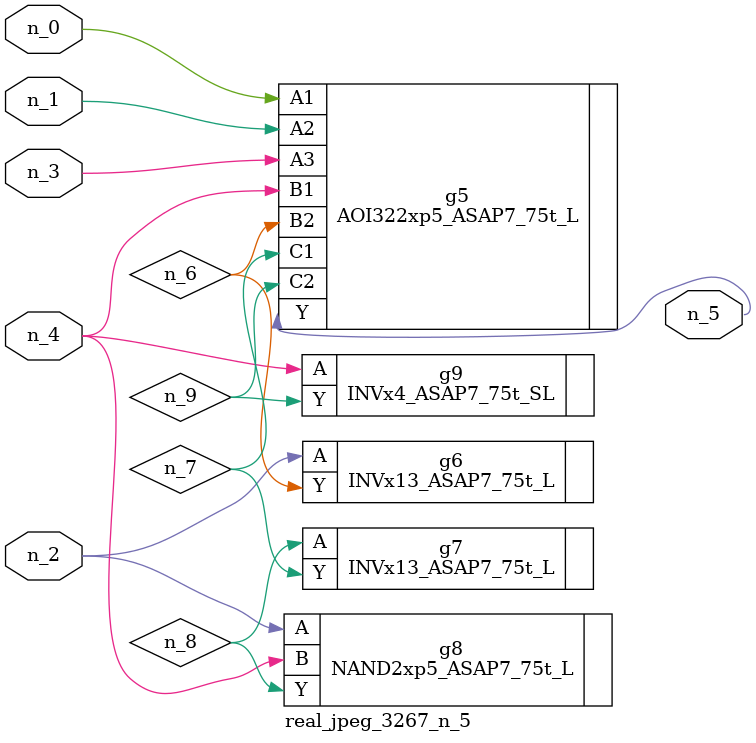
<source format=v>
module real_jpeg_3267_n_5 (n_4, n_0, n_1, n_2, n_3, n_5);

input n_4;
input n_0;
input n_1;
input n_2;
input n_3;

output n_5;

wire n_8;
wire n_6;
wire n_7;
wire n_9;

AOI322xp5_ASAP7_75t_L g5 ( 
.A1(n_0),
.A2(n_1),
.A3(n_3),
.B1(n_4),
.B2(n_6),
.C1(n_7),
.C2(n_9),
.Y(n_5)
);

INVx13_ASAP7_75t_L g6 ( 
.A(n_2),
.Y(n_6)
);

NAND2xp5_ASAP7_75t_L g8 ( 
.A(n_2),
.B(n_4),
.Y(n_8)
);

INVx4_ASAP7_75t_SL g9 ( 
.A(n_4),
.Y(n_9)
);

INVx13_ASAP7_75t_L g7 ( 
.A(n_8),
.Y(n_7)
);


endmodule
</source>
